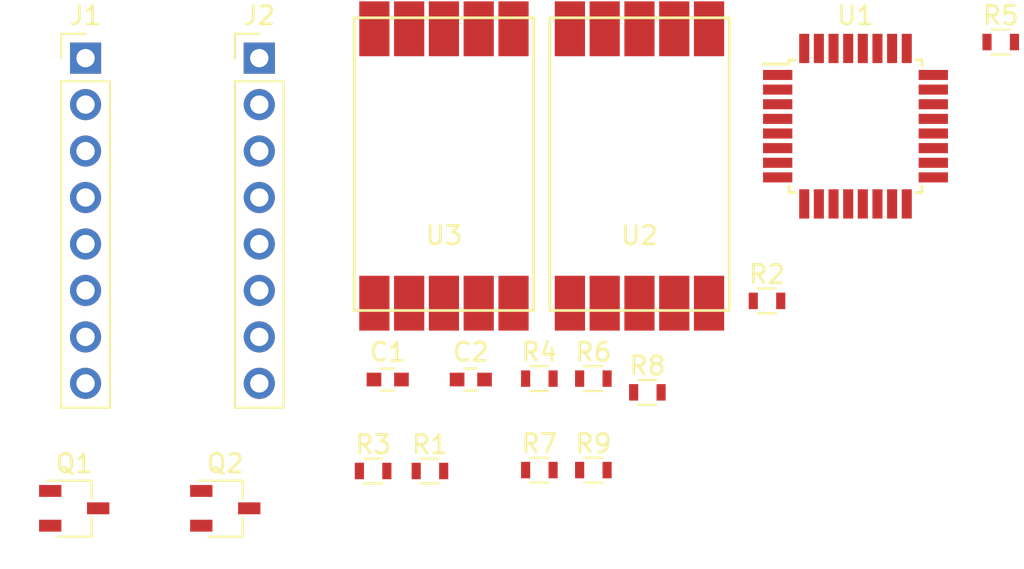
<source format=kicad_pcb>
(kicad_pcb (version 4) (host pcbnew 4.0.7)

  (general
    (links 55)
    (no_connects 55)
    (area 0 0 0 0)
    (thickness 1.6)
    (drawings 0)
    (tracks 0)
    (zones 0)
    (modules 18)
    (nets 34)
  )

  (page A4)
  (layers
    (0 F.Cu signal)
    (1 In1.Cu signal)
    (2 In2.Cu signal)
    (31 B.Cu signal)
    (32 B.Adhes user)
    (33 F.Adhes user)
    (34 B.Paste user)
    (35 F.Paste user)
    (36 B.SilkS user)
    (37 F.SilkS user)
    (38 B.Mask user)
    (39 F.Mask user)
    (40 Dwgs.User user)
    (41 Cmts.User user)
    (42 Eco1.User user)
    (43 Eco2.User user)
    (44 Edge.Cuts user)
    (45 Margin user)
    (46 B.CrtYd user)
    (47 F.CrtYd user)
    (48 B.Fab user)
    (49 F.Fab user)
  )

  (setup
    (last_trace_width 0.25)
    (trace_clearance 0.2)
    (zone_clearance 0.508)
    (zone_45_only no)
    (trace_min 0.2)
    (segment_width 0.2)
    (edge_width 0.15)
    (via_size 0.6)
    (via_drill 0.4)
    (via_min_size 0.4)
    (via_min_drill 0.3)
    (uvia_size 0.3)
    (uvia_drill 0.1)
    (uvias_allowed no)
    (uvia_min_size 0.2)
    (uvia_min_drill 0.1)
    (pcb_text_width 0.3)
    (pcb_text_size 1.5 1.5)
    (mod_edge_width 0.15)
    (mod_text_size 1 1)
    (mod_text_width 0.15)
    (pad_size 1.125 1.125)
    (pad_drill 0)
    (pad_to_mask_clearance 0.2)
    (aux_axis_origin 0 0)
    (visible_elements FFFFFF1F)
    (pcbplotparams
      (layerselection 0x00030_80000001)
      (usegerberextensions false)
      (excludeedgelayer true)
      (linewidth 0.100000)
      (plotframeref false)
      (viasonmask false)
      (mode 1)
      (useauxorigin false)
      (hpglpennumber 1)
      (hpglpenspeed 20)
      (hpglpendiameter 15)
      (hpglpenoverlay 2)
      (psnegative false)
      (psa4output false)
      (plotreference true)
      (plotvalue true)
      (plotinvisibletext false)
      (padsonsilk false)
      (subtractmaskfromsilk false)
      (outputformat 1)
      (mirror false)
      (drillshape 1)
      (scaleselection 1)
      (outputdirectory ""))
  )

  (net 0 "")
  (net 1 /OE)
  (net 2 /A0)
  (net 3 /A1)
  (net 4 /A2)
  (net 5 /A3)
  (net 6 /A4)
  (net 7 /A5)
  (net 8 /A6)
  (net 9 /A7)
  (net 10 /GND)
  (net 11 /LE)
  (net 12 /MOSI)
  (net 13 /MISO)
  (net 14 /SCK)
  (net 15 /RESET)
  (net 16 /VCC)
  (net 17 /An0)
  (net 18 "Net-(Q1-Pad2)")
  (net 19 /An1)
  (net 20 "Net-(Q2-Pad2)")
  (net 21 "Net-(R1-Pad2)")
  (net 22 "Net-(R2-Pad2)")
  (net 23 "Net-(R3-Pad2)")
  (net 24 "Net-(R4-Pad2)")
  (net 25 /Ca)
  (net 26 "Net-(R5-Pad2)")
  (net 27 /Cb)
  (net 28 /Cc)
  (net 29 /Cd)
  (net 30 /Ce)
  (net 31 "Net-(R9-Pad2)")
  (net 32 /Cf)
  (net 33 /Cg)

  (net_class Default "This is the default net class."
    (clearance 0.2)
    (trace_width 0.25)
    (via_dia 0.6)
    (via_drill 0.4)
    (uvia_dia 0.3)
    (uvia_drill 0.1)
    (add_net /A0)
    (add_net /A1)
    (add_net /A2)
    (add_net /A3)
    (add_net /A4)
    (add_net /A5)
    (add_net /A6)
    (add_net /A7)
    (add_net /An0)
    (add_net /An1)
    (add_net /Ca)
    (add_net /Cb)
    (add_net /Cc)
    (add_net /Cd)
    (add_net /Ce)
    (add_net /Cf)
    (add_net /Cg)
    (add_net /GND)
    (add_net /LE)
    (add_net /MISO)
    (add_net /MOSI)
    (add_net /OE)
    (add_net /RESET)
    (add_net /SCK)
    (add_net /VCC)
    (add_net "Net-(Q1-Pad2)")
    (add_net "Net-(Q2-Pad2)")
    (add_net "Net-(R1-Pad2)")
    (add_net "Net-(R2-Pad2)")
    (add_net "Net-(R3-Pad2)")
    (add_net "Net-(R4-Pad2)")
    (add_net "Net-(R5-Pad2)")
    (add_net "Net-(R9-Pad2)")
  )

  (module Capacitors_SMD:C_0603 (layer F.Cu) (tedit 59958EE7) (tstamp 5AF27E5D)
    (at 209.592428 118.157)
    (descr "Capacitor SMD 0603, reflow soldering, AVX (see smccp.pdf)")
    (tags "capacitor 0603")
    (path /5A9B50C1)
    (attr smd)
    (fp_text reference C1 (at 0 -1.5) (layer F.SilkS)
      (effects (font (size 1 1) (thickness 0.15)))
    )
    (fp_text value 0.1uF (at 0 1.5) (layer F.Fab)
      (effects (font (size 1 1) (thickness 0.15)))
    )
    (fp_line (start 1.4 0.65) (end -1.4 0.65) (layer F.CrtYd) (width 0.05))
    (fp_line (start 1.4 0.65) (end 1.4 -0.65) (layer F.CrtYd) (width 0.05))
    (fp_line (start -1.4 -0.65) (end -1.4 0.65) (layer F.CrtYd) (width 0.05))
    (fp_line (start -1.4 -0.65) (end 1.4 -0.65) (layer F.CrtYd) (width 0.05))
    (fp_line (start 0.35 0.6) (end -0.35 0.6) (layer F.SilkS) (width 0.12))
    (fp_line (start -0.35 -0.6) (end 0.35 -0.6) (layer F.SilkS) (width 0.12))
    (fp_line (start -0.8 -0.4) (end 0.8 -0.4) (layer F.Fab) (width 0.1))
    (fp_line (start 0.8 -0.4) (end 0.8 0.4) (layer F.Fab) (width 0.1))
    (fp_line (start 0.8 0.4) (end -0.8 0.4) (layer F.Fab) (width 0.1))
    (fp_line (start -0.8 0.4) (end -0.8 -0.4) (layer F.Fab) (width 0.1))
    (fp_text user %R (at 0 0) (layer F.Fab)
      (effects (font (size 0.3 0.3) (thickness 0.075)))
    )
    (pad 2 smd rect (at 0.75 0) (size 0.8 0.75) (layers F.Cu F.Paste F.Mask)
      (net 10 /GND))
    (pad 1 smd rect (at -0.75 0) (size 0.8 0.75) (layers F.Cu F.Paste F.Mask)
      (net 16 /VCC))
    (model Capacitors_SMD.3dshapes/C_0603.wrl
      (at (xyz 0 0 0))
      (scale (xyz 1 1 1))
      (rotate (xyz 0 0 0))
    )
  )

  (module Capacitors_SMD:C_0603 (layer F.Cu) (tedit 59958EE7) (tstamp 5AF27E6E)
    (at 214.132428 118.157)
    (descr "Capacitor SMD 0603, reflow soldering, AVX (see smccp.pdf)")
    (tags "capacitor 0603")
    (path /5A9B5327)
    (attr smd)
    (fp_text reference C2 (at 0 -1.5) (layer F.SilkS)
      (effects (font (size 1 1) (thickness 0.15)))
    )
    (fp_text value 0.1uF (at 0 1.5) (layer F.Fab)
      (effects (font (size 1 1) (thickness 0.15)))
    )
    (fp_line (start 1.4 0.65) (end -1.4 0.65) (layer F.CrtYd) (width 0.05))
    (fp_line (start 1.4 0.65) (end 1.4 -0.65) (layer F.CrtYd) (width 0.05))
    (fp_line (start -1.4 -0.65) (end -1.4 0.65) (layer F.CrtYd) (width 0.05))
    (fp_line (start -1.4 -0.65) (end 1.4 -0.65) (layer F.CrtYd) (width 0.05))
    (fp_line (start 0.35 0.6) (end -0.35 0.6) (layer F.SilkS) (width 0.12))
    (fp_line (start -0.35 -0.6) (end 0.35 -0.6) (layer F.SilkS) (width 0.12))
    (fp_line (start -0.8 -0.4) (end 0.8 -0.4) (layer F.Fab) (width 0.1))
    (fp_line (start 0.8 -0.4) (end 0.8 0.4) (layer F.Fab) (width 0.1))
    (fp_line (start 0.8 0.4) (end -0.8 0.4) (layer F.Fab) (width 0.1))
    (fp_line (start -0.8 0.4) (end -0.8 -0.4) (layer F.Fab) (width 0.1))
    (fp_text user %R (at 0 0) (layer F.Fab)
      (effects (font (size 0.3 0.3) (thickness 0.075)))
    )
    (pad 2 smd rect (at 0.75 0) (size 0.8 0.75) (layers F.Cu F.Paste F.Mask)
      (net 10 /GND))
    (pad 1 smd rect (at -0.75 0) (size 0.8 0.75) (layers F.Cu F.Paste F.Mask)
      (net 16 /VCC))
    (model Capacitors_SMD.3dshapes/C_0603.wrl
      (at (xyz 0 0 0))
      (scale (xyz 1 1 1))
      (rotate (xyz 0 0 0))
    )
  )

  (module Pin_Headers:Pin_Header_Straight_1x08_Pitch2.54mm (layer F.Cu) (tedit 59650532) (tstamp 5AF27E8A)
    (at 193.088619 100.587)
    (descr "Through hole straight pin header, 1x08, 2.54mm pitch, single row")
    (tags "Through hole pin header THT 1x08 2.54mm single row")
    (path /5AF27B23)
    (fp_text reference J1 (at 0 -2.33) (layer F.SilkS)
      (effects (font (size 1 1) (thickness 0.15)))
    )
    (fp_text value Conn_01x08 (at 0 20.11) (layer F.Fab)
      (effects (font (size 1 1) (thickness 0.15)))
    )
    (fp_line (start -0.635 -1.27) (end 1.27 -1.27) (layer F.Fab) (width 0.1))
    (fp_line (start 1.27 -1.27) (end 1.27 19.05) (layer F.Fab) (width 0.1))
    (fp_line (start 1.27 19.05) (end -1.27 19.05) (layer F.Fab) (width 0.1))
    (fp_line (start -1.27 19.05) (end -1.27 -0.635) (layer F.Fab) (width 0.1))
    (fp_line (start -1.27 -0.635) (end -0.635 -1.27) (layer F.Fab) (width 0.1))
    (fp_line (start -1.33 19.11) (end 1.33 19.11) (layer F.SilkS) (width 0.12))
    (fp_line (start -1.33 1.27) (end -1.33 19.11) (layer F.SilkS) (width 0.12))
    (fp_line (start 1.33 1.27) (end 1.33 19.11) (layer F.SilkS) (width 0.12))
    (fp_line (start -1.33 1.27) (end 1.33 1.27) (layer F.SilkS) (width 0.12))
    (fp_line (start -1.33 0) (end -1.33 -1.33) (layer F.SilkS) (width 0.12))
    (fp_line (start -1.33 -1.33) (end 0 -1.33) (layer F.SilkS) (width 0.12))
    (fp_line (start -1.8 -1.8) (end -1.8 19.55) (layer F.CrtYd) (width 0.05))
    (fp_line (start -1.8 19.55) (end 1.8 19.55) (layer F.CrtYd) (width 0.05))
    (fp_line (start 1.8 19.55) (end 1.8 -1.8) (layer F.CrtYd) (width 0.05))
    (fp_line (start 1.8 -1.8) (end -1.8 -1.8) (layer F.CrtYd) (width 0.05))
    (fp_text user %R (at 0 8.89 90) (layer F.Fab)
      (effects (font (size 1 1) (thickness 0.15)))
    )
    (pad 1 thru_hole rect (at 0 0) (size 1.7 1.7) (drill 1) (layers *.Cu *.Mask)
      (net 1 /OE))
    (pad 2 thru_hole oval (at 0 2.54) (size 1.7 1.7) (drill 1) (layers *.Cu *.Mask)
      (net 2 /A0))
    (pad 3 thru_hole oval (at 0 5.08) (size 1.7 1.7) (drill 1) (layers *.Cu *.Mask)
      (net 3 /A1))
    (pad 4 thru_hole oval (at 0 7.62) (size 1.7 1.7) (drill 1) (layers *.Cu *.Mask)
      (net 4 /A2))
    (pad 5 thru_hole oval (at 0 10.16) (size 1.7 1.7) (drill 1) (layers *.Cu *.Mask)
      (net 5 /A3))
    (pad 6 thru_hole oval (at 0 12.7) (size 1.7 1.7) (drill 1) (layers *.Cu *.Mask)
      (net 6 /A4))
    (pad 7 thru_hole oval (at 0 15.24) (size 1.7 1.7) (drill 1) (layers *.Cu *.Mask)
      (net 7 /A5))
    (pad 8 thru_hole oval (at 0 17.78) (size 1.7 1.7) (drill 1) (layers *.Cu *.Mask)
      (net 10 /GND))
    (model ${KISYS3DMOD}/Pin_Headers.3dshapes/Pin_Header_Straight_1x08_Pitch2.54mm.wrl
      (at (xyz 0 0 0))
      (scale (xyz 1 1 1))
      (rotate (xyz 0 0 0))
    )
  )

  (module Pin_Headers:Pin_Header_Straight_1x08_Pitch2.54mm (layer F.Cu) (tedit 59650532) (tstamp 5AF27EA6)
    (at 202.578619 100.587)
    (descr "Through hole straight pin header, 1x08, 2.54mm pitch, single row")
    (tags "Through hole pin header THT 1x08 2.54mm single row")
    (path /5AF27BB5)
    (fp_text reference J2 (at 0 -2.33) (layer F.SilkS)
      (effects (font (size 1 1) (thickness 0.15)))
    )
    (fp_text value Conn_01x08 (at 0 20.11) (layer F.Fab)
      (effects (font (size 1 1) (thickness 0.15)))
    )
    (fp_line (start -0.635 -1.27) (end 1.27 -1.27) (layer F.Fab) (width 0.1))
    (fp_line (start 1.27 -1.27) (end 1.27 19.05) (layer F.Fab) (width 0.1))
    (fp_line (start 1.27 19.05) (end -1.27 19.05) (layer F.Fab) (width 0.1))
    (fp_line (start -1.27 19.05) (end -1.27 -0.635) (layer F.Fab) (width 0.1))
    (fp_line (start -1.27 -0.635) (end -0.635 -1.27) (layer F.Fab) (width 0.1))
    (fp_line (start -1.33 19.11) (end 1.33 19.11) (layer F.SilkS) (width 0.12))
    (fp_line (start -1.33 1.27) (end -1.33 19.11) (layer F.SilkS) (width 0.12))
    (fp_line (start 1.33 1.27) (end 1.33 19.11) (layer F.SilkS) (width 0.12))
    (fp_line (start -1.33 1.27) (end 1.33 1.27) (layer F.SilkS) (width 0.12))
    (fp_line (start -1.33 0) (end -1.33 -1.33) (layer F.SilkS) (width 0.12))
    (fp_line (start -1.33 -1.33) (end 0 -1.33) (layer F.SilkS) (width 0.12))
    (fp_line (start -1.8 -1.8) (end -1.8 19.55) (layer F.CrtYd) (width 0.05))
    (fp_line (start -1.8 19.55) (end 1.8 19.55) (layer F.CrtYd) (width 0.05))
    (fp_line (start 1.8 19.55) (end 1.8 -1.8) (layer F.CrtYd) (width 0.05))
    (fp_line (start 1.8 -1.8) (end -1.8 -1.8) (layer F.CrtYd) (width 0.05))
    (fp_text user %R (at 0 8.89 90) (layer F.Fab)
      (effects (font (size 1 1) (thickness 0.15)))
    )
    (pad 1 thru_hole rect (at 0 0) (size 1.7 1.7) (drill 1) (layers *.Cu *.Mask)
      (net 16 /VCC))
    (pad 2 thru_hole oval (at 0 2.54) (size 1.7 1.7) (drill 1) (layers *.Cu *.Mask)
      (net 12 /MOSI))
    (pad 3 thru_hole oval (at 0 5.08) (size 1.7 1.7) (drill 1) (layers *.Cu *.Mask)
      (net 13 /MISO))
    (pad 4 thru_hole oval (at 0 7.62) (size 1.7 1.7) (drill 1) (layers *.Cu *.Mask)
      (net 14 /SCK))
    (pad 5 thru_hole oval (at 0 10.16) (size 1.7 1.7) (drill 1) (layers *.Cu *.Mask)
      (net 15 /RESET))
    (pad 6 thru_hole oval (at 0 12.7) (size 1.7 1.7) (drill 1) (layers *.Cu *.Mask)
      (net 9 /A7))
    (pad 7 thru_hole oval (at 0 15.24) (size 1.7 1.7) (drill 1) (layers *.Cu *.Mask)
      (net 8 /A6))
    (pad 8 thru_hole oval (at 0 17.78) (size 1.7 1.7) (drill 1) (layers *.Cu *.Mask)
      (net 11 /LE))
    (model ${KISYS3DMOD}/Pin_Headers.3dshapes/Pin_Header_Straight_1x08_Pitch2.54mm.wrl
      (at (xyz 0 0 0))
      (scale (xyz 1 1 1))
      (rotate (xyz 0 0 0))
    )
  )

  (module TO_SOT_Packages_SMD:TSOT-23 (layer F.Cu) (tedit 58CE4E80) (tstamp 5AF27EBB)
    (at 192.469571 125.197)
    (descr "3-pin TSOT23 package, http://www.analog.com.tw/pdf/All_In_One.pdf")
    (tags TSOT-23)
    (path /5A9ADC0A)
    (attr smd)
    (fp_text reference Q1 (at 0 -2.45) (layer F.SilkS)
      (effects (font (size 1 1) (thickness 0.15)))
    )
    (fp_text value MMBT3906 (at 0 2.5) (layer F.Fab)
      (effects (font (size 1 1) (thickness 0.15)))
    )
    (fp_text user %R (at 0 0 90) (layer F.Fab)
      (effects (font (size 0.5 0.5) (thickness 0.075)))
    )
    (fp_line (start 0.95 0.5) (end 0.95 1.55) (layer F.SilkS) (width 0.12))
    (fp_line (start 0.95 1.55) (end -0.9 1.55) (layer F.SilkS) (width 0.12))
    (fp_line (start 0.95 -1.5) (end 0.95 -0.5) (layer F.SilkS) (width 0.12))
    (fp_line (start 0.93 -1.51) (end -1.5 -1.51) (layer F.SilkS) (width 0.12))
    (fp_line (start -0.88 -1) (end -0.43 -1.45) (layer F.Fab) (width 0.1))
    (fp_line (start 0.88 -1.45) (end -0.43 -1.45) (layer F.Fab) (width 0.1))
    (fp_line (start -0.88 -1) (end -0.88 1.45) (layer F.Fab) (width 0.1))
    (fp_line (start 0.88 1.45) (end -0.88 1.45) (layer F.Fab) (width 0.1))
    (fp_line (start 0.88 -1.45) (end 0.88 1.45) (layer F.Fab) (width 0.1))
    (fp_line (start -2.17 -1.7) (end 2.17 -1.7) (layer F.CrtYd) (width 0.05))
    (fp_line (start -2.17 -1.7) (end -2.17 1.7) (layer F.CrtYd) (width 0.05))
    (fp_line (start 2.17 1.7) (end 2.17 -1.7) (layer F.CrtYd) (width 0.05))
    (fp_line (start 2.17 1.7) (end -2.17 1.7) (layer F.CrtYd) (width 0.05))
    (pad 1 smd rect (at -1.31 -0.95) (size 1.22 0.65) (layers F.Cu F.Paste F.Mask)
      (net 17 /An0))
    (pad 2 smd rect (at -1.31 0.95) (size 1.22 0.65) (layers F.Cu F.Paste F.Mask)
      (net 18 "Net-(Q1-Pad2)"))
    (pad 3 smd rect (at 1.31 0) (size 1.22 0.65) (layers F.Cu F.Paste F.Mask)
      (net 16 /VCC))
    (model ${KISYS3DMOD}/TO_SOT_Packages_SMD.3dshapes/TSOT-23.wrl
      (at (xyz 0 0 0))
      (scale (xyz 1 1 1))
      (rotate (xyz 0 0 0))
    )
  )

  (module TO_SOT_Packages_SMD:TSOT-23 (layer F.Cu) (tedit 58CE4E80) (tstamp 5AF27ED0)
    (at 200.719571 125.197)
    (descr "3-pin TSOT23 package, http://www.analog.com.tw/pdf/All_In_One.pdf")
    (tags TSOT-23)
    (path /5A9ADCB4)
    (attr smd)
    (fp_text reference Q2 (at 0 -2.45) (layer F.SilkS)
      (effects (font (size 1 1) (thickness 0.15)))
    )
    (fp_text value MMBT3906 (at 0 2.5) (layer F.Fab)
      (effects (font (size 1 1) (thickness 0.15)))
    )
    (fp_text user %R (at 0 0 90) (layer F.Fab)
      (effects (font (size 0.5 0.5) (thickness 0.075)))
    )
    (fp_line (start 0.95 0.5) (end 0.95 1.55) (layer F.SilkS) (width 0.12))
    (fp_line (start 0.95 1.55) (end -0.9 1.55) (layer F.SilkS) (width 0.12))
    (fp_line (start 0.95 -1.5) (end 0.95 -0.5) (layer F.SilkS) (width 0.12))
    (fp_line (start 0.93 -1.51) (end -1.5 -1.51) (layer F.SilkS) (width 0.12))
    (fp_line (start -0.88 -1) (end -0.43 -1.45) (layer F.Fab) (width 0.1))
    (fp_line (start 0.88 -1.45) (end -0.43 -1.45) (layer F.Fab) (width 0.1))
    (fp_line (start -0.88 -1) (end -0.88 1.45) (layer F.Fab) (width 0.1))
    (fp_line (start 0.88 1.45) (end -0.88 1.45) (layer F.Fab) (width 0.1))
    (fp_line (start 0.88 -1.45) (end 0.88 1.45) (layer F.Fab) (width 0.1))
    (fp_line (start -2.17 -1.7) (end 2.17 -1.7) (layer F.CrtYd) (width 0.05))
    (fp_line (start -2.17 -1.7) (end -2.17 1.7) (layer F.CrtYd) (width 0.05))
    (fp_line (start 2.17 1.7) (end 2.17 -1.7) (layer F.CrtYd) (width 0.05))
    (fp_line (start 2.17 1.7) (end -2.17 1.7) (layer F.CrtYd) (width 0.05))
    (pad 1 smd rect (at -1.31 -0.95) (size 1.22 0.65) (layers F.Cu F.Paste F.Mask)
      (net 19 /An1))
    (pad 2 smd rect (at -1.31 0.95) (size 1.22 0.65) (layers F.Cu F.Paste F.Mask)
      (net 20 "Net-(Q2-Pad2)"))
    (pad 3 smd rect (at 1.31 0) (size 1.22 0.65) (layers F.Cu F.Paste F.Mask)
      (net 16 /VCC))
    (model ${KISYS3DMOD}/TO_SOT_Packages_SMD.3dshapes/TSOT-23.wrl
      (at (xyz 0 0 0))
      (scale (xyz 1 1 1))
      (rotate (xyz 0 0 0))
    )
  )

  (module Resistors_SMD:R_0603 (layer F.Cu) (tedit 58E0A804) (tstamp 5AF27EE1)
    (at 211.899571 123.157)
    (descr "Resistor SMD 0603, reflow soldering, Vishay (see dcrcw.pdf)")
    (tags "resistor 0603")
    (path /5A9AE44E)
    (attr smd)
    (fp_text reference R1 (at 0 -1.45) (layer F.SilkS)
      (effects (font (size 1 1) (thickness 0.15)))
    )
    (fp_text value 115 (at 0 1.5) (layer F.Fab)
      (effects (font (size 1 1) (thickness 0.15)))
    )
    (fp_text user %R (at 0 0) (layer F.Fab)
      (effects (font (size 0.4 0.4) (thickness 0.075)))
    )
    (fp_line (start -0.8 0.4) (end -0.8 -0.4) (layer F.Fab) (width 0.1))
    (fp_line (start 0.8 0.4) (end -0.8 0.4) (layer F.Fab) (width 0.1))
    (fp_line (start 0.8 -0.4) (end 0.8 0.4) (layer F.Fab) (width 0.1))
    (fp_line (start -0.8 -0.4) (end 0.8 -0.4) (layer F.Fab) (width 0.1))
    (fp_line (start 0.5 0.68) (end -0.5 0.68) (layer F.SilkS) (width 0.12))
    (fp_line (start -0.5 -0.68) (end 0.5 -0.68) (layer F.SilkS) (width 0.12))
    (fp_line (start -1.25 -0.7) (end 1.25 -0.7) (layer F.CrtYd) (width 0.05))
    (fp_line (start -1.25 -0.7) (end -1.25 0.7) (layer F.CrtYd) (width 0.05))
    (fp_line (start 1.25 0.7) (end 1.25 -0.7) (layer F.CrtYd) (width 0.05))
    (fp_line (start 1.25 0.7) (end -1.25 0.7) (layer F.CrtYd) (width 0.05))
    (pad 1 smd rect (at -0.75 0) (size 0.5 0.9) (layers F.Cu F.Paste F.Mask)
      (net 19 /An1))
    (pad 2 smd rect (at 0.75 0) (size 0.5 0.9) (layers F.Cu F.Paste F.Mask)
      (net 21 "Net-(R1-Pad2)"))
    (model ${KISYS3DMOD}/Resistors_SMD.3dshapes/R_0603.wrl
      (at (xyz 0 0 0))
      (scale (xyz 1 1 1))
      (rotate (xyz 0 0 0))
    )
  )

  (module Resistors_SMD:R_0603 (layer F.Cu) (tedit 58E0A804) (tstamp 5AF27EF2)
    (at 230.309571 113.857)
    (descr "Resistor SMD 0603, reflow soldering, Vishay (see dcrcw.pdf)")
    (tags "resistor 0603")
    (path /5A9AE454)
    (attr smd)
    (fp_text reference R2 (at 0 -1.45) (layer F.SilkS)
      (effects (font (size 1 1) (thickness 0.15)))
    )
    (fp_text value 115 (at 0 1.5) (layer F.Fab)
      (effects (font (size 1 1) (thickness 0.15)))
    )
    (fp_text user %R (at 0 0) (layer F.Fab)
      (effects (font (size 0.4 0.4) (thickness 0.075)))
    )
    (fp_line (start -0.8 0.4) (end -0.8 -0.4) (layer F.Fab) (width 0.1))
    (fp_line (start 0.8 0.4) (end -0.8 0.4) (layer F.Fab) (width 0.1))
    (fp_line (start 0.8 -0.4) (end 0.8 0.4) (layer F.Fab) (width 0.1))
    (fp_line (start -0.8 -0.4) (end 0.8 -0.4) (layer F.Fab) (width 0.1))
    (fp_line (start 0.5 0.68) (end -0.5 0.68) (layer F.SilkS) (width 0.12))
    (fp_line (start -0.5 -0.68) (end 0.5 -0.68) (layer F.SilkS) (width 0.12))
    (fp_line (start -1.25 -0.7) (end 1.25 -0.7) (layer F.CrtYd) (width 0.05))
    (fp_line (start -1.25 -0.7) (end -1.25 0.7) (layer F.CrtYd) (width 0.05))
    (fp_line (start 1.25 0.7) (end 1.25 -0.7) (layer F.CrtYd) (width 0.05))
    (fp_line (start 1.25 0.7) (end -1.25 0.7) (layer F.CrtYd) (width 0.05))
    (pad 1 smd rect (at -0.75 0) (size 0.5 0.9) (layers F.Cu F.Paste F.Mask)
      (net 17 /An0))
    (pad 2 smd rect (at 0.75 0) (size 0.5 0.9) (layers F.Cu F.Paste F.Mask)
      (net 22 "Net-(R2-Pad2)"))
    (model ${KISYS3DMOD}/Resistors_SMD.3dshapes/R_0603.wrl
      (at (xyz 0 0 0))
      (scale (xyz 1 1 1))
      (rotate (xyz 0 0 0))
    )
  )

  (module Resistors_SMD:R_0603 (layer F.Cu) (tedit 58E0A804) (tstamp 5AF27F03)
    (at 208.796001 123.157)
    (descr "Resistor SMD 0603, reflow soldering, Vishay (see dcrcw.pdf)")
    (tags "resistor 0603")
    (path /5A9AE546)
    (attr smd)
    (fp_text reference R3 (at 0 -1.45) (layer F.SilkS)
      (effects (font (size 1 1) (thickness 0.15)))
    )
    (fp_text value 30 (at 0 1.5) (layer F.Fab)
      (effects (font (size 1 1) (thickness 0.15)))
    )
    (fp_text user %R (at 0 0) (layer F.Fab)
      (effects (font (size 0.4 0.4) (thickness 0.075)))
    )
    (fp_line (start -0.8 0.4) (end -0.8 -0.4) (layer F.Fab) (width 0.1))
    (fp_line (start 0.8 0.4) (end -0.8 0.4) (layer F.Fab) (width 0.1))
    (fp_line (start 0.8 -0.4) (end 0.8 0.4) (layer F.Fab) (width 0.1))
    (fp_line (start -0.8 -0.4) (end 0.8 -0.4) (layer F.Fab) (width 0.1))
    (fp_line (start 0.5 0.68) (end -0.5 0.68) (layer F.SilkS) (width 0.12))
    (fp_line (start -0.5 -0.68) (end 0.5 -0.68) (layer F.SilkS) (width 0.12))
    (fp_line (start -1.25 -0.7) (end 1.25 -0.7) (layer F.CrtYd) (width 0.05))
    (fp_line (start -1.25 -0.7) (end -1.25 0.7) (layer F.CrtYd) (width 0.05))
    (fp_line (start 1.25 0.7) (end 1.25 -0.7) (layer F.CrtYd) (width 0.05))
    (fp_line (start 1.25 0.7) (end -1.25 0.7) (layer F.CrtYd) (width 0.05))
    (pad 1 smd rect (at -0.75 0) (size 0.5 0.9) (layers F.Cu F.Paste F.Mask)
      (net 25 /Ca))
    (pad 2 smd rect (at 0.75 0) (size 0.5 0.9) (layers F.Cu F.Paste F.Mask)
      (net 23 "Net-(R3-Pad2)"))
    (model ${KISYS3DMOD}/Resistors_SMD.3dshapes/R_0603.wrl
      (at (xyz 0 0 0))
      (scale (xyz 1 1 1))
      (rotate (xyz 0 0 0))
    )
  )

  (module Resistors_SMD:R_0603 (layer F.Cu) (tedit 58E0A804) (tstamp 5AF27F14)
    (at 217.876001 118.107)
    (descr "Resistor SMD 0603, reflow soldering, Vishay (see dcrcw.pdf)")
    (tags "resistor 0603")
    (path /5A9AE5B5)
    (attr smd)
    (fp_text reference R4 (at 0 -1.45) (layer F.SilkS)
      (effects (font (size 1 1) (thickness 0.15)))
    )
    (fp_text value 30 (at 0 1.5) (layer F.Fab)
      (effects (font (size 1 1) (thickness 0.15)))
    )
    (fp_text user %R (at 0 0) (layer F.Fab)
      (effects (font (size 0.4 0.4) (thickness 0.075)))
    )
    (fp_line (start -0.8 0.4) (end -0.8 -0.4) (layer F.Fab) (width 0.1))
    (fp_line (start 0.8 0.4) (end -0.8 0.4) (layer F.Fab) (width 0.1))
    (fp_line (start 0.8 -0.4) (end 0.8 0.4) (layer F.Fab) (width 0.1))
    (fp_line (start -0.8 -0.4) (end 0.8 -0.4) (layer F.Fab) (width 0.1))
    (fp_line (start 0.5 0.68) (end -0.5 0.68) (layer F.SilkS) (width 0.12))
    (fp_line (start -0.5 -0.68) (end 0.5 -0.68) (layer F.SilkS) (width 0.12))
    (fp_line (start -1.25 -0.7) (end 1.25 -0.7) (layer F.CrtYd) (width 0.05))
    (fp_line (start -1.25 -0.7) (end -1.25 0.7) (layer F.CrtYd) (width 0.05))
    (fp_line (start 1.25 0.7) (end 1.25 -0.7) (layer F.CrtYd) (width 0.05))
    (fp_line (start 1.25 0.7) (end -1.25 0.7) (layer F.CrtYd) (width 0.05))
    (pad 1 smd rect (at -0.75 0) (size 0.5 0.9) (layers F.Cu F.Paste F.Mask)
      (net 27 /Cb))
    (pad 2 smd rect (at 0.75 0) (size 0.5 0.9) (layers F.Cu F.Paste F.Mask)
      (net 24 "Net-(R4-Pad2)"))
    (model ${KISYS3DMOD}/Resistors_SMD.3dshapes/R_0603.wrl
      (at (xyz 0 0 0))
      (scale (xyz 1 1 1))
      (rotate (xyz 0 0 0))
    )
  )

  (module Resistors_SMD:R_0603 (layer F.Cu) (tedit 58E0A804) (tstamp 5AF27F25)
    (at 243.076001 99.707)
    (descr "Resistor SMD 0603, reflow soldering, Vishay (see dcrcw.pdf)")
    (tags "resistor 0603")
    (path /5A9AE5F1)
    (attr smd)
    (fp_text reference R5 (at 0 -1.45) (layer F.SilkS)
      (effects (font (size 1 1) (thickness 0.15)))
    )
    (fp_text value 30 (at 0 1.5) (layer F.Fab)
      (effects (font (size 1 1) (thickness 0.15)))
    )
    (fp_text user %R (at 0 0) (layer F.Fab)
      (effects (font (size 0.4 0.4) (thickness 0.075)))
    )
    (fp_line (start -0.8 0.4) (end -0.8 -0.4) (layer F.Fab) (width 0.1))
    (fp_line (start 0.8 0.4) (end -0.8 0.4) (layer F.Fab) (width 0.1))
    (fp_line (start 0.8 -0.4) (end 0.8 0.4) (layer F.Fab) (width 0.1))
    (fp_line (start -0.8 -0.4) (end 0.8 -0.4) (layer F.Fab) (width 0.1))
    (fp_line (start 0.5 0.68) (end -0.5 0.68) (layer F.SilkS) (width 0.12))
    (fp_line (start -0.5 -0.68) (end 0.5 -0.68) (layer F.SilkS) (width 0.12))
    (fp_line (start -1.25 -0.7) (end 1.25 -0.7) (layer F.CrtYd) (width 0.05))
    (fp_line (start -1.25 -0.7) (end -1.25 0.7) (layer F.CrtYd) (width 0.05))
    (fp_line (start 1.25 0.7) (end 1.25 -0.7) (layer F.CrtYd) (width 0.05))
    (fp_line (start 1.25 0.7) (end -1.25 0.7) (layer F.CrtYd) (width 0.05))
    (pad 1 smd rect (at -0.75 0) (size 0.5 0.9) (layers F.Cu F.Paste F.Mask)
      (net 28 /Cc))
    (pad 2 smd rect (at 0.75 0) (size 0.5 0.9) (layers F.Cu F.Paste F.Mask)
      (net 26 "Net-(R5-Pad2)"))
    (model ${KISYS3DMOD}/Resistors_SMD.3dshapes/R_0603.wrl
      (at (xyz 0 0 0))
      (scale (xyz 1 1 1))
      (rotate (xyz 0 0 0))
    )
  )

  (module Resistors_SMD:R_0603 (layer F.Cu) (tedit 58E0A804) (tstamp 5AF27F36)
    (at 220.826001 118.107)
    (descr "Resistor SMD 0603, reflow soldering, Vishay (see dcrcw.pdf)")
    (tags "resistor 0603")
    (path /5A9AE5F7)
    (attr smd)
    (fp_text reference R6 (at 0 -1.45) (layer F.SilkS)
      (effects (font (size 1 1) (thickness 0.15)))
    )
    (fp_text value 30 (at 0 1.5) (layer F.Fab)
      (effects (font (size 1 1) (thickness 0.15)))
    )
    (fp_text user %R (at 0 0) (layer F.Fab)
      (effects (font (size 0.4 0.4) (thickness 0.075)))
    )
    (fp_line (start -0.8 0.4) (end -0.8 -0.4) (layer F.Fab) (width 0.1))
    (fp_line (start 0.8 0.4) (end -0.8 0.4) (layer F.Fab) (width 0.1))
    (fp_line (start 0.8 -0.4) (end 0.8 0.4) (layer F.Fab) (width 0.1))
    (fp_line (start -0.8 -0.4) (end 0.8 -0.4) (layer F.Fab) (width 0.1))
    (fp_line (start 0.5 0.68) (end -0.5 0.68) (layer F.SilkS) (width 0.12))
    (fp_line (start -0.5 -0.68) (end 0.5 -0.68) (layer F.SilkS) (width 0.12))
    (fp_line (start -1.25 -0.7) (end 1.25 -0.7) (layer F.CrtYd) (width 0.05))
    (fp_line (start -1.25 -0.7) (end -1.25 0.7) (layer F.CrtYd) (width 0.05))
    (fp_line (start 1.25 0.7) (end 1.25 -0.7) (layer F.CrtYd) (width 0.05))
    (fp_line (start 1.25 0.7) (end -1.25 0.7) (layer F.CrtYd) (width 0.05))
    (pad 1 smd rect (at -0.75 0) (size 0.5 0.9) (layers F.Cu F.Paste F.Mask)
      (net 29 /Cd))
    (pad 2 smd rect (at 0.75 0) (size 0.5 0.9) (layers F.Cu F.Paste F.Mask)
      (net 12 /MOSI))
    (model ${KISYS3DMOD}/Resistors_SMD.3dshapes/R_0603.wrl
      (at (xyz 0 0 0))
      (scale (xyz 1 1 1))
      (rotate (xyz 0 0 0))
    )
  )

  (module Resistors_SMD:R_0603 (layer F.Cu) (tedit 58E0A804) (tstamp 5AF27F47)
    (at 217.876001 123.107)
    (descr "Resistor SMD 0603, reflow soldering, Vishay (see dcrcw.pdf)")
    (tags "resistor 0603")
    (path /5A9AE687)
    (attr smd)
    (fp_text reference R7 (at 0 -1.45) (layer F.SilkS)
      (effects (font (size 1 1) (thickness 0.15)))
    )
    (fp_text value 30 (at 0 1.5) (layer F.Fab)
      (effects (font (size 1 1) (thickness 0.15)))
    )
    (fp_text user %R (at 0 0) (layer F.Fab)
      (effects (font (size 0.4 0.4) (thickness 0.075)))
    )
    (fp_line (start -0.8 0.4) (end -0.8 -0.4) (layer F.Fab) (width 0.1))
    (fp_line (start 0.8 0.4) (end -0.8 0.4) (layer F.Fab) (width 0.1))
    (fp_line (start 0.8 -0.4) (end 0.8 0.4) (layer F.Fab) (width 0.1))
    (fp_line (start -0.8 -0.4) (end 0.8 -0.4) (layer F.Fab) (width 0.1))
    (fp_line (start 0.5 0.68) (end -0.5 0.68) (layer F.SilkS) (width 0.12))
    (fp_line (start -0.5 -0.68) (end 0.5 -0.68) (layer F.SilkS) (width 0.12))
    (fp_line (start -1.25 -0.7) (end 1.25 -0.7) (layer F.CrtYd) (width 0.05))
    (fp_line (start -1.25 -0.7) (end -1.25 0.7) (layer F.CrtYd) (width 0.05))
    (fp_line (start 1.25 0.7) (end 1.25 -0.7) (layer F.CrtYd) (width 0.05))
    (fp_line (start 1.25 0.7) (end -1.25 0.7) (layer F.CrtYd) (width 0.05))
    (pad 1 smd rect (at -0.75 0) (size 0.5 0.9) (layers F.Cu F.Paste F.Mask)
      (net 30 /Ce))
    (pad 2 smd rect (at 0.75 0) (size 0.5 0.9) (layers F.Cu F.Paste F.Mask)
      (net 13 /MISO))
    (model ${KISYS3DMOD}/Resistors_SMD.3dshapes/R_0603.wrl
      (at (xyz 0 0 0))
      (scale (xyz 1 1 1))
      (rotate (xyz 0 0 0))
    )
  )

  (module Resistors_SMD:R_0603 (layer F.Cu) (tedit 58E0A804) (tstamp 5AF27F58)
    (at 223.776001 118.857)
    (descr "Resistor SMD 0603, reflow soldering, Vishay (see dcrcw.pdf)")
    (tags "resistor 0603")
    (path /5A9AE68D)
    (attr smd)
    (fp_text reference R8 (at 0 -1.45) (layer F.SilkS)
      (effects (font (size 1 1) (thickness 0.15)))
    )
    (fp_text value 30 (at 0 1.5) (layer F.Fab)
      (effects (font (size 1 1) (thickness 0.15)))
    )
    (fp_text user %R (at 0 0) (layer F.Fab)
      (effects (font (size 0.4 0.4) (thickness 0.075)))
    )
    (fp_line (start -0.8 0.4) (end -0.8 -0.4) (layer F.Fab) (width 0.1))
    (fp_line (start 0.8 0.4) (end -0.8 0.4) (layer F.Fab) (width 0.1))
    (fp_line (start 0.8 -0.4) (end 0.8 0.4) (layer F.Fab) (width 0.1))
    (fp_line (start -0.8 -0.4) (end 0.8 -0.4) (layer F.Fab) (width 0.1))
    (fp_line (start 0.5 0.68) (end -0.5 0.68) (layer F.SilkS) (width 0.12))
    (fp_line (start -0.5 -0.68) (end 0.5 -0.68) (layer F.SilkS) (width 0.12))
    (fp_line (start -1.25 -0.7) (end 1.25 -0.7) (layer F.CrtYd) (width 0.05))
    (fp_line (start -1.25 -0.7) (end -1.25 0.7) (layer F.CrtYd) (width 0.05))
    (fp_line (start 1.25 0.7) (end 1.25 -0.7) (layer F.CrtYd) (width 0.05))
    (fp_line (start 1.25 0.7) (end -1.25 0.7) (layer F.CrtYd) (width 0.05))
    (pad 1 smd rect (at -0.75 0) (size 0.5 0.9) (layers F.Cu F.Paste F.Mask)
      (net 32 /Cf))
    (pad 2 smd rect (at 0.75 0) (size 0.5 0.9) (layers F.Cu F.Paste F.Mask)
      (net 14 /SCK))
    (model ${KISYS3DMOD}/Resistors_SMD.3dshapes/R_0603.wrl
      (at (xyz 0 0 0))
      (scale (xyz 1 1 1))
      (rotate (xyz 0 0 0))
    )
  )

  (module Resistors_SMD:R_0603 (layer F.Cu) (tedit 58E0A804) (tstamp 5AF27F69)
    (at 220.826001 123.107)
    (descr "Resistor SMD 0603, reflow soldering, Vishay (see dcrcw.pdf)")
    (tags "resistor 0603")
    (path /5A9AE693)
    (attr smd)
    (fp_text reference R9 (at 0 -1.45) (layer F.SilkS)
      (effects (font (size 1 1) (thickness 0.15)))
    )
    (fp_text value 30 (at 0 1.5) (layer F.Fab)
      (effects (font (size 1 1) (thickness 0.15)))
    )
    (fp_text user %R (at 0 0) (layer F.Fab)
      (effects (font (size 0.4 0.4) (thickness 0.075)))
    )
    (fp_line (start -0.8 0.4) (end -0.8 -0.4) (layer F.Fab) (width 0.1))
    (fp_line (start 0.8 0.4) (end -0.8 0.4) (layer F.Fab) (width 0.1))
    (fp_line (start 0.8 -0.4) (end 0.8 0.4) (layer F.Fab) (width 0.1))
    (fp_line (start -0.8 -0.4) (end 0.8 -0.4) (layer F.Fab) (width 0.1))
    (fp_line (start 0.5 0.68) (end -0.5 0.68) (layer F.SilkS) (width 0.12))
    (fp_line (start -0.5 -0.68) (end 0.5 -0.68) (layer F.SilkS) (width 0.12))
    (fp_line (start -1.25 -0.7) (end 1.25 -0.7) (layer F.CrtYd) (width 0.05))
    (fp_line (start -1.25 -0.7) (end -1.25 0.7) (layer F.CrtYd) (width 0.05))
    (fp_line (start 1.25 0.7) (end 1.25 -0.7) (layer F.CrtYd) (width 0.05))
    (fp_line (start 1.25 0.7) (end -1.25 0.7) (layer F.CrtYd) (width 0.05))
    (pad 1 smd rect (at -0.75 0) (size 0.5 0.9) (layers F.Cu F.Paste F.Mask)
      (net 33 /Cg))
    (pad 2 smd rect (at 0.75 0) (size 0.5 0.9) (layers F.Cu F.Paste F.Mask)
      (net 31 "Net-(R9-Pad2)"))
    (model ${KISYS3DMOD}/Resistors_SMD.3dshapes/R_0603.wrl
      (at (xyz 0 0 0))
      (scale (xyz 1 1 1))
      (rotate (xyz 0 0 0))
    )
  )

  (module Housings_QFP:TQFP-32_7x7mm_Pitch0.8mm (layer F.Cu) (tedit 58CC9A48) (tstamp 5AF27FA0)
    (at 235.142905 104.307)
    (descr "32-Lead Plastic Thin Quad Flatpack (PT) - 7x7x1.0 mm Body, 2.00 mm [TQFP] (see Microchip Packaging Specification 00000049BS.pdf)")
    (tags "QFP 0.8")
    (path /5AF26662)
    (attr smd)
    (fp_text reference U1 (at 0 -6.05) (layer F.SilkS)
      (effects (font (size 1 1) (thickness 0.15)))
    )
    (fp_text value ATMEGA328P-AU (at 0 6.05) (layer F.Fab)
      (effects (font (size 1 1) (thickness 0.15)))
    )
    (fp_text user %R (at 0 0) (layer F.Fab)
      (effects (font (size 1 1) (thickness 0.15)))
    )
    (fp_line (start -2.5 -3.5) (end 3.5 -3.5) (layer F.Fab) (width 0.15))
    (fp_line (start 3.5 -3.5) (end 3.5 3.5) (layer F.Fab) (width 0.15))
    (fp_line (start 3.5 3.5) (end -3.5 3.5) (layer F.Fab) (width 0.15))
    (fp_line (start -3.5 3.5) (end -3.5 -2.5) (layer F.Fab) (width 0.15))
    (fp_line (start -3.5 -2.5) (end -2.5 -3.5) (layer F.Fab) (width 0.15))
    (fp_line (start -5.3 -5.3) (end -5.3 5.3) (layer F.CrtYd) (width 0.05))
    (fp_line (start 5.3 -5.3) (end 5.3 5.3) (layer F.CrtYd) (width 0.05))
    (fp_line (start -5.3 -5.3) (end 5.3 -5.3) (layer F.CrtYd) (width 0.05))
    (fp_line (start -5.3 5.3) (end 5.3 5.3) (layer F.CrtYd) (width 0.05))
    (fp_line (start -3.625 -3.625) (end -3.625 -3.4) (layer F.SilkS) (width 0.15))
    (fp_line (start 3.625 -3.625) (end 3.625 -3.3) (layer F.SilkS) (width 0.15))
    (fp_line (start 3.625 3.625) (end 3.625 3.3) (layer F.SilkS) (width 0.15))
    (fp_line (start -3.625 3.625) (end -3.625 3.3) (layer F.SilkS) (width 0.15))
    (fp_line (start -3.625 -3.625) (end -3.3 -3.625) (layer F.SilkS) (width 0.15))
    (fp_line (start -3.625 3.625) (end -3.3 3.625) (layer F.SilkS) (width 0.15))
    (fp_line (start 3.625 3.625) (end 3.3 3.625) (layer F.SilkS) (width 0.15))
    (fp_line (start 3.625 -3.625) (end 3.3 -3.625) (layer F.SilkS) (width 0.15))
    (fp_line (start -3.625 -3.4) (end -5.05 -3.4) (layer F.SilkS) (width 0.15))
    (pad 1 smd rect (at -4.25 -2.8) (size 1.6 0.55) (layers F.Cu F.Paste F.Mask)
      (net 5 /A3))
    (pad 2 smd rect (at -4.25 -2) (size 1.6 0.55) (layers F.Cu F.Paste F.Mask)
      (net 6 /A4))
    (pad 3 smd rect (at -4.25 -1.2) (size 1.6 0.55) (layers F.Cu F.Paste F.Mask)
      (net 10 /GND))
    (pad 4 smd rect (at -4.25 -0.4) (size 1.6 0.55) (layers F.Cu F.Paste F.Mask)
      (net 16 /VCC))
    (pad 5 smd rect (at -4.25 0.4) (size 1.6 0.55) (layers F.Cu F.Paste F.Mask)
      (net 10 /GND))
    (pad 6 smd rect (at -4.25 1.2) (size 1.6 0.55) (layers F.Cu F.Paste F.Mask)
      (net 16 /VCC))
    (pad 7 smd rect (at -4.25 2) (size 1.6 0.55) (layers F.Cu F.Paste F.Mask)
      (net 31 "Net-(R9-Pad2)"))
    (pad 8 smd rect (at -4.25 2.8) (size 1.6 0.55) (layers F.Cu F.Paste F.Mask))
    (pad 9 smd rect (at -2.8 4.25 90) (size 1.6 0.55) (layers F.Cu F.Paste F.Mask)
      (net 7 /A5))
    (pad 10 smd rect (at -2 4.25 90) (size 1.6 0.55) (layers F.Cu F.Paste F.Mask)
      (net 8 /A6))
    (pad 11 smd rect (at -1.2 4.25 90) (size 1.6 0.55) (layers F.Cu F.Paste F.Mask)
      (net 9 /A7))
    (pad 12 smd rect (at -0.4 4.25 90) (size 1.6 0.55) (layers F.Cu F.Paste F.Mask)
      (net 23 "Net-(R3-Pad2)"))
    (pad 13 smd rect (at 0.4 4.25 90) (size 1.6 0.55) (layers F.Cu F.Paste F.Mask)
      (net 24 "Net-(R4-Pad2)"))
    (pad 14 smd rect (at 1.2 4.25 90) (size 1.6 0.55) (layers F.Cu F.Paste F.Mask)
      (net 26 "Net-(R5-Pad2)"))
    (pad 15 smd rect (at 2 4.25 90) (size 1.6 0.55) (layers F.Cu F.Paste F.Mask)
      (net 12 /MOSI))
    (pad 16 smd rect (at 2.8 4.25 90) (size 1.6 0.55) (layers F.Cu F.Paste F.Mask)
      (net 13 /MISO))
    (pad 17 smd rect (at 4.25 2.8) (size 1.6 0.55) (layers F.Cu F.Paste F.Mask)
      (net 14 /SCK))
    (pad 18 smd rect (at 4.25 2) (size 1.6 0.55) (layers F.Cu F.Paste F.Mask)
      (net 16 /VCC))
    (pad 19 smd rect (at 4.25 1.2) (size 1.6 0.55) (layers F.Cu F.Paste F.Mask))
    (pad 20 smd rect (at 4.25 0.4) (size 1.6 0.55) (layers F.Cu F.Paste F.Mask))
    (pad 21 smd rect (at 4.25 -0.4) (size 1.6 0.55) (layers F.Cu F.Paste F.Mask)
      (net 10 /GND))
    (pad 22 smd rect (at 4.25 -1.2) (size 1.6 0.55) (layers F.Cu F.Paste F.Mask))
    (pad 23 smd rect (at 4.25 -2) (size 1.6 0.55) (layers F.Cu F.Paste F.Mask)
      (net 21 "Net-(R1-Pad2)"))
    (pad 24 smd rect (at 4.25 -2.8) (size 1.6 0.55) (layers F.Cu F.Paste F.Mask)
      (net 22 "Net-(R2-Pad2)"))
    (pad 25 smd rect (at 2.8 -4.25 90) (size 1.6 0.55) (layers F.Cu F.Paste F.Mask))
    (pad 26 smd rect (at 2 -4.25 90) (size 1.6 0.55) (layers F.Cu F.Paste F.Mask))
    (pad 27 smd rect (at 1.2 -4.25 90) (size 1.6 0.55) (layers F.Cu F.Paste F.Mask)
      (net 1 /OE))
    (pad 28 smd rect (at 0.4 -4.25 90) (size 1.6 0.55) (layers F.Cu F.Paste F.Mask)
      (net 11 /LE))
    (pad 29 smd rect (at -0.4 -4.25 90) (size 1.6 0.55) (layers F.Cu F.Paste F.Mask)
      (net 15 /RESET))
    (pad 30 smd rect (at -1.2 -4.25 90) (size 1.6 0.55) (layers F.Cu F.Paste F.Mask)
      (net 2 /A0))
    (pad 31 smd rect (at -2 -4.25 90) (size 1.6 0.55) (layers F.Cu F.Paste F.Mask)
      (net 3 /A1))
    (pad 32 smd rect (at -2.8 -4.25 90) (size 1.6 0.55) (layers F.Cu F.Paste F.Mask)
      (net 4 /A2))
    (model ${KISYS3DMOD}/Housings_QFP.3dshapes/TQFP-32_7x7mm_Pitch0.8mm.wrl
      (at (xyz 0 0 0))
      (scale (xyz 1 1 1))
      (rotate (xyz 0 0 0))
    )
  )

  (module Local:VDMR10A1 (layer F.Cu) (tedit 5A997519) (tstamp 5AF27FB2)
    (at 219.543857 98.982)
    (tags VDMR10A1)
    (path /5A9975A1)
    (fp_text reference U2 (at 3.8 11.3) (layer F.SilkS)
      (effects (font (size 1 1) (thickness 0.15)))
    )
    (fp_text value 7SEGMENT_CA (at 3.8 3.5) (layer F.Fab)
      (effects (font (size 1 1) (thickness 0.15)))
    )
    (fp_line (start -1.1 -0.6) (end -1.1 15.4) (layer F.SilkS) (width 0.15))
    (fp_line (start 8.7 -0.6) (end 8.7 15.4) (layer F.SilkS) (width 0.15))
    (fp_line (start -1.1 15.4) (end 8.7 15.4) (layer F.SilkS) (width 0.15))
    (fp_line (start -1.1 -0.6) (end 8.7 -0.6) (layer F.SilkS) (width 0.15))
    (pad 7 smd rect (at 5.7 0) (size 1.65 3) (layers F.Cu F.Paste F.Mask)
      (net 25 /Ca))
    (pad 6 smd rect (at 7.6 0) (size 1.65 3) (layers F.Cu F.Paste F.Mask)
      (net 27 /Cb))
    (pad 1 smd rect (at 0 15) (size 1.65 3) (layers F.Cu F.Paste F.Mask)
      (net 30 /Ce))
    (pad 2 smd rect (at 1.9 15) (size 1.65 3) (layers F.Cu F.Paste F.Mask)
      (net 29 /Cd))
    (pad 3 smd rect (at 3.8 15) (size 1.65 3) (layers F.Cu F.Paste F.Mask)
      (net 18 "Net-(Q1-Pad2)"))
    (pad 4 smd rect (at 5.7 15) (size 1.65 3) (layers F.Cu F.Paste F.Mask)
      (net 28 /Cc))
    (pad 5 smd rect (at 7.6 15) (size 1.65 3) (layers F.Cu F.Paste F.Mask))
    (pad 8 smd rect (at 3.8 0) (size 1.65 3) (layers F.Cu F.Paste F.Mask)
      (net 18 "Net-(Q1-Pad2)"))
    (pad 9 smd rect (at 1.9 0) (size 1.65 3) (layers F.Cu F.Paste F.Mask)
      (net 32 /Cf))
    (pad 10 smd rect (at 0 0) (size 1.65 3) (layers F.Cu F.Paste F.Mask)
      (net 33 /Cg))
    (model /Users/travis/Documents/vdmx10a1.wrl
      (at (xyz -0.05 0 0))
      (scale (xyz 0.393 0.393 0.393))
      (rotate (xyz 0 0 90))
    )
  )

  (module Local:VDMR10A1 (layer F.Cu) (tedit 5A997519) (tstamp 5AF27FC4)
    (at 208.863857 98.982)
    (tags VDMR10A1)
    (path /5A99764F)
    (fp_text reference U3 (at 3.8 11.3) (layer F.SilkS)
      (effects (font (size 1 1) (thickness 0.15)))
    )
    (fp_text value 7SEGMENT_CA (at 3.8 3.5) (layer F.Fab)
      (effects (font (size 1 1) (thickness 0.15)))
    )
    (fp_line (start -1.1 -0.6) (end -1.1 15.4) (layer F.SilkS) (width 0.15))
    (fp_line (start 8.7 -0.6) (end 8.7 15.4) (layer F.SilkS) (width 0.15))
    (fp_line (start -1.1 15.4) (end 8.7 15.4) (layer F.SilkS) (width 0.15))
    (fp_line (start -1.1 -0.6) (end 8.7 -0.6) (layer F.SilkS) (width 0.15))
    (pad 7 smd rect (at 5.7 0) (size 1.65 3) (layers F.Cu F.Paste F.Mask)
      (net 25 /Ca))
    (pad 6 smd rect (at 7.6 0) (size 1.65 3) (layers F.Cu F.Paste F.Mask)
      (net 27 /Cb))
    (pad 1 smd rect (at 0 15) (size 1.65 3) (layers F.Cu F.Paste F.Mask)
      (net 30 /Ce))
    (pad 2 smd rect (at 1.9 15) (size 1.65 3) (layers F.Cu F.Paste F.Mask)
      (net 29 /Cd))
    (pad 3 smd rect (at 3.8 15) (size 1.65 3) (layers F.Cu F.Paste F.Mask)
      (net 20 "Net-(Q2-Pad2)"))
    (pad 4 smd rect (at 5.7 15) (size 1.65 3) (layers F.Cu F.Paste F.Mask)
      (net 28 /Cc))
    (pad 5 smd rect (at 7.6 15) (size 1.65 3) (layers F.Cu F.Paste F.Mask))
    (pad 8 smd rect (at 3.8 0) (size 1.65 3) (layers F.Cu F.Paste F.Mask)
      (net 20 "Net-(Q2-Pad2)"))
    (pad 9 smd rect (at 1.9 0) (size 1.65 3) (layers F.Cu F.Paste F.Mask)
      (net 32 /Cf))
    (pad 10 smd rect (at 0 0) (size 1.65 3) (layers F.Cu F.Paste F.Mask)
      (net 33 /Cg))
    (model /Users/travis/Documents/vdmx10a1.wrl
      (at (xyz -0.05 0 0))
      (scale (xyz 0.393 0.393 0.393))
      (rotate (xyz 0 0 90))
    )
  )

)

</source>
